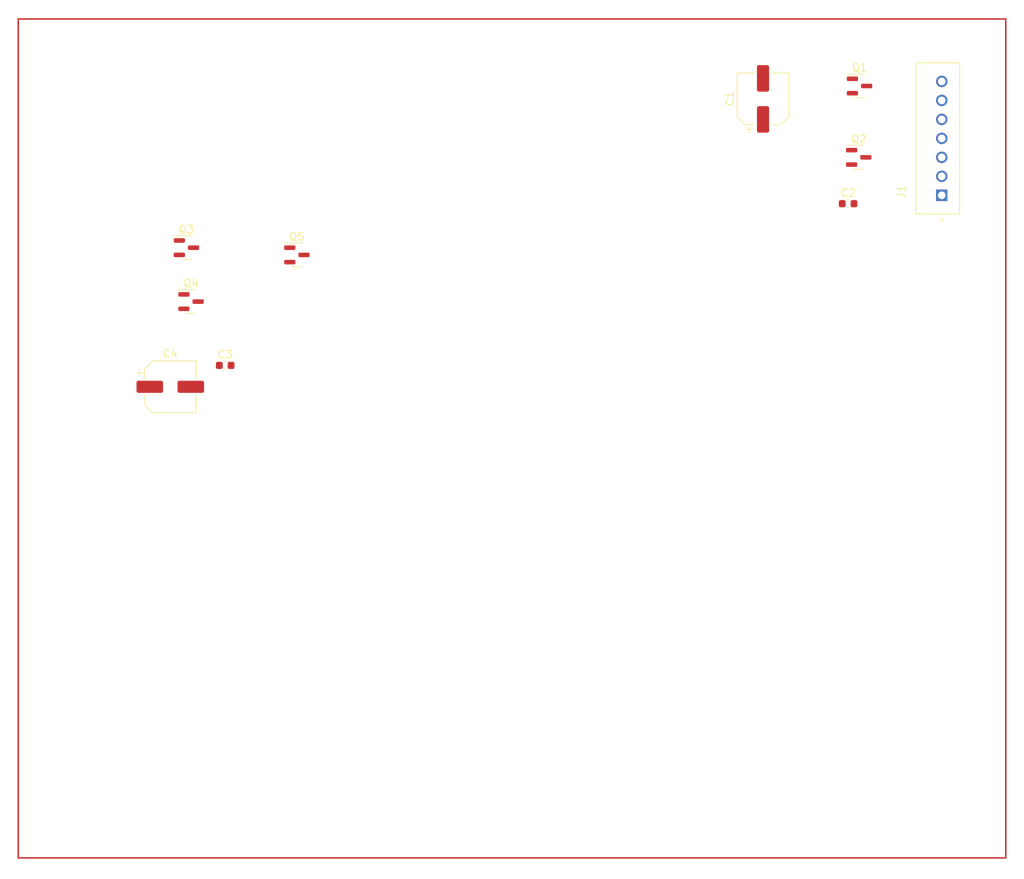
<source format=kicad_pcb>
(kicad_pcb (version 20211014) (generator pcbnew)
  (layers (0 "F.Cu" signal) (31 "B.Cu" signal) (34 "B.Paste" user) (35 "F.Paste" user) (36 "B.SilkS" user "B.Silkscreen") (37 "F.SilkS" user "F.Silkscreen") (38 "B.Mask" user) (39 "F.Mask" user) (44 "Edge.Cuts" user))
  (net 0 "")
  (net 4 "Net-(Q1-Pad3)")
  (net 5 "Net-(Q3-Pad1)")
  (net 9 "GND")
  (net 10 "Net-(C1-Pad1)")
  (net 11 "Net-(C1-Pad2)")
  (net 12 "Net-(C2-Pad1)")
  (net 15 "Net-(J1-Pad4)")
  (net 16 "VCC")
  (net 17 "Net-(J1-Pad7)")
  (net 18 "Net-(Q3-Pad3)")
  (footprint "Package_TO_SOT_SMD:SOT-23" (layer "F.Cu") (at 102.4 61.5)
    (fp_text reference "Q3" (at 0 -2.4) (layer "F.SilkS"))
    (fp_text value "2SC1815")
    (fp_line (start 0 1.56) (end 0.65 1.56) (layer "F.SilkS") (width 0.12))
    (fp_line (start 0 -1.56) (end -1.675 -1.56) (layer "F.SilkS") (width 0.12))
    (fp_line (start 0 -1.56) (end 0.65 -1.56) (layer "F.SilkS") (width 0.12))
    (fp_line (start 0 1.56) (end -0.65 1.56) (layer "F.SilkS") (width 0.12))
    (pad "1" smd roundrect (at -0.9375 -0.95) (size 1.475 0.6) (layers "F.Cu" "F.Paste" "F.Mask") (net 5 "Net-(Q3-Pad1)"))
    (pad "2" smd roundrect (at -0.9375 0.95) (size 1.475 0.6) (layers "F.Cu" "F.Paste" "F.Mask") (net 17 "Net-(J1-Pad7)"))
    (pad "3" smd roundrect (at 0.9375 0) (size 1.475 0.6) (layers "F.Cu" "F.Paste" "F.Mask") (net 18 "Net-(Q3-Pad3)"))
  )
  (footprint "Capacitor_SMD:C_0603_1608Metric" (layer "F.Cu") (at 189.5 55.7)
    (fp_text reference "C2" (at 0 -1.43) (layer "F.SilkS"))
    (fp_text value "102")
    (fp_line (start -0.14058 -0.51) (end 0.14058 -0.51) (layer "F.SilkS") (width 0.12))
    (fp_line (start -0.14058 0.51) (end 0.14058 0.51) (layer "F.SilkS") (width 0.12))
    (pad "1" smd roundrect (at -0.775 0) (size 0.9 0.95) (layers "F.Cu" "F.Paste" "F.Mask") (net 12 "Net-(C2-Pad1)"))
    (pad "2" smd roundrect (at 0.775 0) (size 0.9 0.95) (layers "F.Cu" "F.Paste" "F.Mask") (net 9 "GND"))
  )
  (footprint "Capacitor_SMD:C_0603_1608Metric" (layer "F.Cu") (at 107.5 77)
    (fp_text reference "C3" (at 0 -1.43) (layer "F.SilkS"))
    (fp_text value "102")
    (fp_line (start -0.14058 -0.51) (end 0.14058 -0.51) (layer "F.SilkS") (width 0.12))
    (fp_line (start -0.14058 0.51) (end 0.14058 0.51) (layer "F.SilkS") (width 0.12))
    (pad "1" smd roundrect (at -0.775 0) (size 0.9 0.95) (layers "F.Cu" "F.Paste" "F.Mask"))
    (pad "2" smd roundrect (at 0.775 0) (size 0.9 0.95) (layers "F.Cu" "F.Paste" "F.Mask"))
  )
  (footprint "Capacitor_SMD:CP_Elec_6.3x5.4_Nichicon" (layer "F.Cu") (at 178.3 41.9 90)
    (fp_text reference "C1" (at 0 -4.35 90) (layer "F.SilkS"))
    (fp_text value "C_Polarized_US")
    (fp_line (start 3.41 -3.41) (end 3.41 -1.06) (layer "F.SilkS") (width 0.12))
    (fp_line (start -3.41 -2.345563) (end -2.345563 -3.41) (layer "F.SilkS") (width 0.12))
    (fp_line (start -2.345563 3.41) (end 3.41 3.41) (layer "F.SilkS") (width 0.12))
    (fp_line (start -2.345563 -3.41) (end 3.41 -3.41) (layer "F.SilkS") (width 0.12))
    (fp_line (start -4.04375 -2.24125) (end -4.04375 -1.45375) (layer "F.SilkS") (width 0.12))
    (fp_line (start -3.41 2.345563) (end -3.41 1.06) (layer "F.SilkS") (width 0.12))
    (fp_line (start -3.41 -2.345563) (end -3.41 -1.06) (layer "F.SilkS") (width 0.12))
    (fp_line (start 3.41 3.41) (end 3.41 1.06) (layer "F.SilkS") (width 0.12))
    (fp_line (start -4.4375 -1.8475) (end -3.65 -1.8475) (layer "F.SilkS") (width 0.12))
    (fp_line (start -3.41 2.345563) (end -2.345563 3.41) (layer "F.SilkS") (width 0.12))
    (pad "1" smd roundrect (at -2.7 0 90) (size 3.5 1.6) (layers "F.Cu" "F.Paste" "F.Mask") (roundrect_rratio 0.15625) (net 10 "Net-(C1-Pad1)"))
    (pad "2" smd roundrect (at 2.7 0 90) (size 3.5 1.6) (layers "F.Cu" "F.Paste" "F.Mask") (roundrect_rratio 0.15625) (net 11 "Net-(C1-Pad2)"))
  )
  (footprint "Package_TO_SOT_SMD:SOT-23" (layer "F.Cu") (at 103 68.6)
    (fp_text reference "Q4" (at 0 -2.4) (layer "F.SilkS"))
    (fp_text value "2SA1015")
    (fp_line (start 0 1.56) (end 0.65 1.56) (layer "F.SilkS") (width 0.12))
    (fp_line (start 0 -1.56) (end -1.675 -1.56) (layer "F.SilkS") (width 0.12))
    (fp_line (start 0 1.56) (end -0.65 1.56) (layer "F.SilkS") (width 0.12))
    (fp_line (start 0 -1.56) (end 0.65 -1.56) (layer "F.SilkS") (width 0.12))
    (pad "1" smd roundrect (at -0.9375 -0.95) (size 1.475 0.6) (layers "F.Cu" "F.Paste" "F.Mask") (net 5 "Net-(Q3-Pad1)"))
    (pad "2" smd roundrect (at -0.9375 0.95) (size 1.475 0.6) (layers "F.Cu" "F.Paste" "F.Mask") (net 9 "GND"))
    (pad "3" smd roundrect (at 0.9375 0) (size 1.475 0.6) (layers "F.Cu" "F.Paste" "F.Mask") (net 18 "Net-(Q3-Pad3)"))
  )
  (footprint "Package_TO_SOT_SMD:SOT-23" (layer "F.Cu") (at 191 40.2)
    (fp_text reference "Q1" (at 0 -2.4) (layer "F.SilkS"))
    (fp_text value "2SC1815")
    (fp_line (start 0 -1.56) (end -1.675 -1.56) (layer "F.SilkS") (width 0.12))
    (fp_line (start 0 1.56) (end 0.65 1.56) (layer "F.SilkS") (width 0.12))
    (fp_line (start 0 1.56) (end -0.65 1.56) (layer "F.SilkS") (width 0.12))
    (fp_line (start 0 -1.56) (end 0.65 -1.56) (layer "F.SilkS") (width 0.12))
    (pad "1" smd roundrect (at -0.9375 -0.95) (size 1.475 0.6) (layers "F.Cu" "F.Paste" "F.Mask") (net 11 "Net-(C1-Pad2)"))
    (pad "2" smd roundrect (at -0.9375 0.95) (size 1.475 0.6) (layers "F.Cu" "F.Paste" "F.Mask") (net 17 "Net-(J1-Pad7)"))
    (pad "3" smd roundrect (at 0.9375 0) (size 1.475 0.6) (layers "F.Cu" "F.Paste" "F.Mask") (net 4 "Net-(Q1-Pad3)"))
  )
  (footprint "AddNewLibrary:JST_B7B-XH-A(LF)(SN)" (layer "F.Cu") (at 201.3 47.1 90)
    (fp_text reference "J1" (at -7.025 -4.76 90) (layer "F.SilkS"))
    (fp_text value "B7B-XH-A(LF)(SN)")
    (fp_line (start -9.95 -2.875) (end 9.95 -2.875) (layer "F.SilkS") (width 0.127))
    (fp_line (start 9.95 2.875) (end -9.95 2.875) (layer "F.SilkS") (width 0.127))
    (fp_line (start -9.95 2.875) (end -9.95 -2.875) (layer "F.SilkS") (width 0.127))
    (fp_line (start 9.95 -2.875) (end 9.95 2.875) (layer "F.SilkS") (width 0.127))
    (fp_circle (center -10.7 0.525) (end -10.6 0.525) (layer "F.SilkS") (width 0.2) (fill none))
    (pad "1" thru_hole rect (at -7.5 0.525 90) (size 1.508 1.508) (drill 1) (layers *.Cu *.Mask))
    (pad "2" thru_hole circle (at -5 0.525 90) (size 1.508 1.508) (drill 1) (layers *.Cu *.Mask))
    (pad "3" thru_hole circle (at -2.5 0.525 90) (size 1.508 1.508) (drill 1) (layers *.Cu *.Mask))
    (pad "4" thru_hole circle (at 0 0.525 90) (size 1.508 1.508) (drill 1) (layers *.Cu *.Mask) (net 15 "Net-(J1-Pad4)"))
    (pad "5" thru_hole circle (at 2.5 0.525 90) (size 1.508 1.508) (drill 1) (layers *.Cu *.Mask) (net 10 "Net-(C1-Pad1)"))
    (pad "6" thru_hole circle (at 5 0.525 90) (size 1.508 1.508) (drill 1) (layers *.Cu *.Mask) (net 16 "VCC"))
    (pad "7" thru_hole circle (at 7.5 0.525 90) (size 1.508 1.508) (drill 1) (layers *.Cu *.Mask) (net 17 "Net-(J1-Pad7)"))
  )
  (footprint "Package_TO_SOT_SMD:SOT-23" (layer "F.Cu") (at 190.9 49.6)
    (fp_text reference "Q2" (at 0 -2.4) (layer "F.SilkS"))
    (fp_text value "2SA1015")
    (fp_line (start 0 1.56) (end -0.65 1.56) (layer "F.SilkS") (width 0.12))
    (fp_line (start 0 -1.56) (end 0.65 -1.56) (layer "F.SilkS") (width 0.12))
    (fp_line (start 0 1.56) (end 0.65 1.56) (layer "F.SilkS") (width 0.12))
    (fp_line (start 0 -1.56) (end -1.675 -1.56) (layer "F.SilkS") (width 0.12))
    (pad "1" smd roundrect (at -0.9375 -0.95) (size 1.475 0.6) (layers "F.Cu" "F.Paste" "F.Mask") (net 11 "Net-(C1-Pad2)"))
    (pad "2" smd roundrect (at -0.9375 0.95) (size 1.475 0.6) (layers "F.Cu" "F.Paste" "F.Mask") (net 9 "GND"))
    (pad "3" smd roundrect (at 0.9375 0) (size 1.475 0.6) (layers "F.Cu" "F.Paste" "F.Mask") (net 4 "Net-(Q1-Pad3)"))
  )
  (footprint "Package_TO_SOT_SMD:SOT-23" (layer "F.Cu") (at 116.9375 62.45)
    (fp_text reference "Q5" (at 0 -2.4) (layer "F.SilkS"))
    (fp_text value "2SA1015")
    (fp_line (start 0 -1.56) (end -1.675 -1.56) (layer "F.SilkS") (width 0.12))
    (fp_line (start 0 1.56) (end 0.65 1.56) (layer "F.SilkS") (width 0.12))
    (fp_line (start 0 1.56) (end -0.65 1.56) (layer "F.SilkS") (width 0.12))
    (fp_line (start 0 -1.56) (end 0.65 -1.56) (layer "F.SilkS") (width 0.12))
    (pad "1" smd roundrect (at -0.9375 -0.95) (size 1.475 0.6) (layers "F.Cu" "F.Paste" "F.Mask"))
    (pad "2" smd roundrect (at -0.9375 0.95) (size 1.475 0.6) (layers "F.Cu" "F.Paste" "F.Mask"))
    (pad "3" smd roundrect (at 0.9375 0) (size 1.475 0.6) (layers "F.Cu" "F.Paste" "F.Mask"))
  )
  (footprint "Capacitor_SMD:CP_Elec_6.3x5.4_Nichicon" (layer "F.Cu") (at 100.27 79.82)
    (fp_text reference "C4" (at 0 -4.35) (layer "F.SilkS"))
    (fp_text value "C_Polarized_US")
    (fp_line (start -3.41 -2.345563) (end -3.41 -1.06) (layer "F.SilkS") (width 0.12))
    (fp_line (start 3.41 -3.41) (end 3.41 -1.06) (layer "F.SilkS") (width 0.12))
    (fp_line (start 3.41 3.41) (end 3.41 1.06) (layer "F.SilkS") (width 0.12))
    (fp_line (start -4.4375 -1.8475) (end -3.65 -1.8475) (layer "F.SilkS") (width 0.12))
    (fp_line (start -3.41 2.345563) (end -2.345563 3.41) (layer "F.SilkS") (width 0.12))
    (fp_line (start -2.345563 -3.41) (end 3.41 -3.41) (layer "F.SilkS") (width 0.12))
    (fp_line (start -3.41 2.345563) (end -3.41 1.06) (layer "F.SilkS") (width 0.12))
    (fp_line (start -4.04375 -2.24125) (end -4.04375 -1.45375) (layer "F.SilkS") (width 0.12))
    (fp_line (start -2.345563 3.41) (end 3.41 3.41) (layer "F.SilkS") (width 0.12))
    (fp_line (start -3.41 -2.345563) (end -2.345563 -3.41) (layer "F.SilkS") (width 0.12))
    (pad "1" smd roundrect (at -2.7 0) (size 3.5 1.6) (layers "F.Cu" "F.Paste" "F.Mask") (roundrect_rratio 0.15625) (net 15 "Net-(J1-Pad4)"))
    (pad "2" smd roundrect (at 2.7 0) (size 3.5 1.6) (layers "F.Cu" "F.Paste" "F.Mask") (roundrect_rratio 0.15625) (net 5 "Net-(Q3-Pad1)"))
  )
  (gr_line (start 80.255 31.375) (end 210.255 31.375) (layer "F.Cu") (width 0.2))
  (gr_line (start 210.255 31.375) (end 210.255 141.875) (layer "F.Cu") (width 0.2))
  (gr_line (start 80.255 141.875) (end 80.255 31.375) (layer "F.Cu") (width 0.2))
  (gr_line (start 210.255 141.875) (end 80.255 141.875) (layer "F.Cu") (width 0.2))
)
</source>
